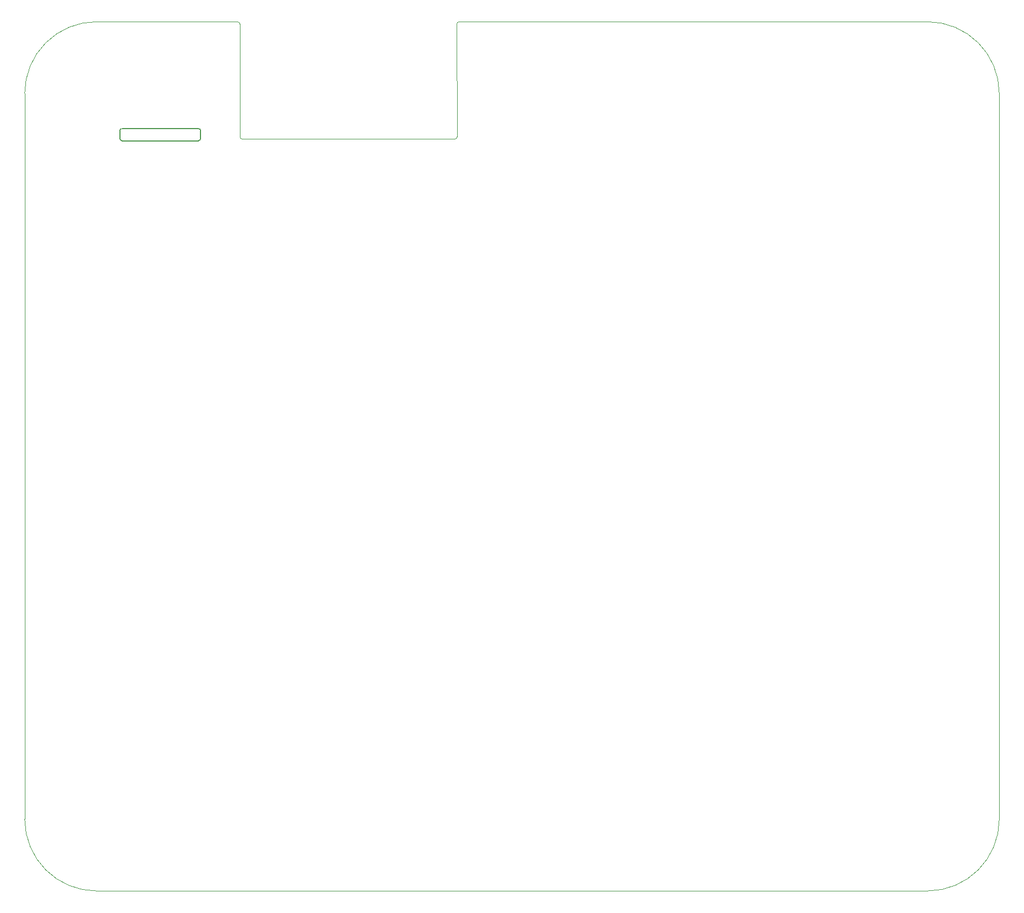
<source format=gm1>
G04 #@! TF.GenerationSoftware,KiCad,Pcbnew,(7.0.0)*
G04 #@! TF.CreationDate,2025-06-06T01:27:20-07:00*
G04 #@! TF.ProjectId,HybridBoxNew,48796272-6964-4426-9f78-4e65772e6b69,rev?*
G04 #@! TF.SameCoordinates,Original*
G04 #@! TF.FileFunction,Profile,NP*
%FSLAX46Y46*%
G04 Gerber Fmt 4.6, Leading zero omitted, Abs format (unit mm)*
G04 Created by KiCad (PCBNEW (7.0.0)) date 2025-06-06 01:27:20*
%MOMM*%
%LPD*%
G01*
G04 APERTURE LIST*
G04 #@! TA.AperFunction,Profile*
%ADD10C,0.100000*%
G04 #@! TD*
G04 #@! TA.AperFunction,Profile*
%ADD11C,0.200000*%
G04 #@! TD*
G04 APERTURE END LIST*
D10*
X253518758Y-52160057D02*
G75*
G03*
X253868757Y-51810000I-58J350057D01*
G01*
D11*
X213690000Y-50890000D02*
G75*
G03*
X213290000Y-50490000I-400000J0D01*
G01*
D10*
X186120000Y-45020000D02*
X186120000Y-158740000D01*
X338820000Y-45020000D02*
X338820000Y-158740000D01*
X197370000Y-169990000D02*
X327570000Y-169990000D01*
D11*
X213290000Y-52420000D02*
G75*
G03*
X213690000Y-52020000I0J400000D01*
G01*
X201410000Y-50490000D02*
G75*
G03*
X201010000Y-50890000I0J-400000D01*
G01*
X201010000Y-52020000D02*
X201010000Y-50890000D01*
D10*
X253868757Y-51810000D02*
X253835000Y-34127485D01*
D11*
X201010000Y-52020000D02*
G75*
G03*
X201410000Y-52420000I400000J0D01*
G01*
X213290000Y-52420000D02*
X201410000Y-52420000D01*
X213690000Y-50890000D02*
X213690000Y-52020000D01*
X201410000Y-50490000D02*
X213290000Y-50490000D01*
D10*
X254185000Y-33777500D02*
G75*
G03*
X253835000Y-34127485I0J-350000D01*
G01*
X197370000Y-33770000D02*
G75*
G03*
X186120000Y-45020000I0J-11250000D01*
G01*
X338820000Y-45020000D02*
G75*
G03*
X327570000Y-33770000I-11250000J0D01*
G01*
X219485000Y-33780001D02*
X197370000Y-33770000D01*
X327570000Y-169990000D02*
G75*
G03*
X338820000Y-158740000I0J11250000D01*
G01*
X219835000Y-34120000D02*
X219871243Y-51810000D01*
X254185000Y-33777486D02*
X327570000Y-33770000D01*
X186120000Y-158740000D02*
G75*
G03*
X197370000Y-169990000I11250000J0D01*
G01*
X219871300Y-51810000D02*
G75*
G03*
X220221242Y-52160000I350000J0D01*
G01*
X219834999Y-34130000D02*
G75*
G03*
X219485000Y-33780001I-349999J0D01*
G01*
X253518758Y-52160000D02*
X220221242Y-52160000D01*
M02*

</source>
